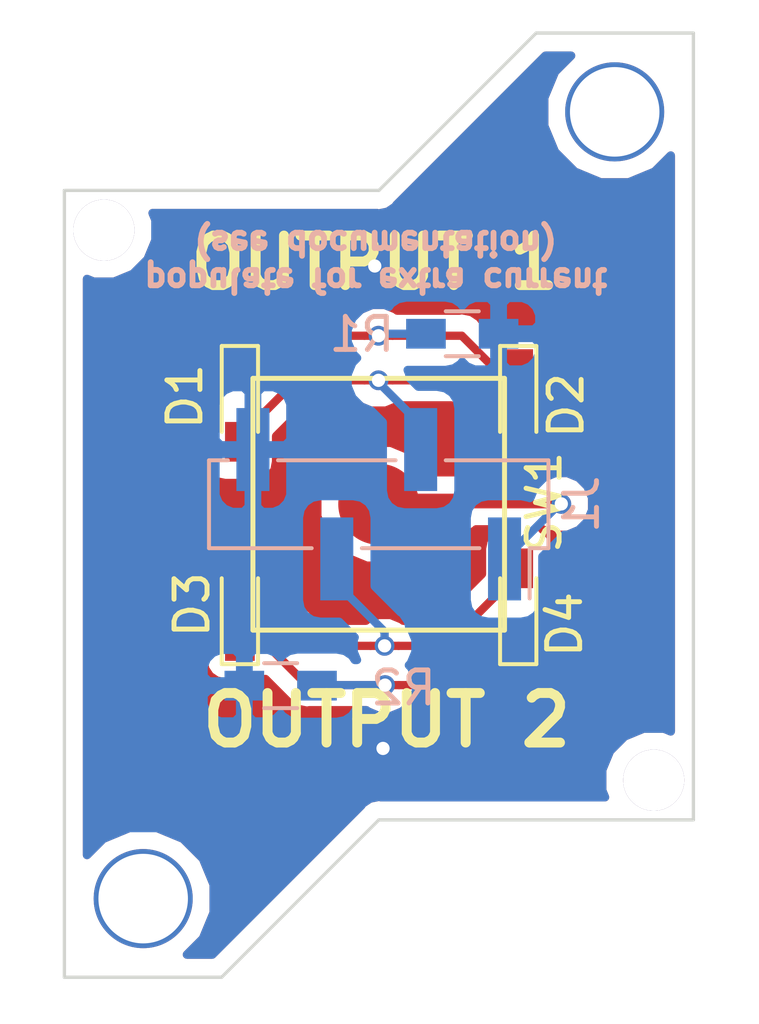
<source format=kicad_pcb>
(kicad_pcb (version 20171130) (host pcbnew "(5.0.0)")

  (general
    (thickness 1.6)
    (drawings 11)
    (tracks 53)
    (zones 0)
    (modules 14)
    (nets 7)
  )

  (page A4)
  (layers
    (0 F.Cu signal)
    (31 B.Cu signal)
    (32 B.Adhes user hide)
    (33 F.Adhes user hide)
    (34 B.Paste user)
    (35 F.Paste user)
    (36 B.SilkS user)
    (37 F.SilkS user)
    (38 B.Mask user)
    (39 F.Mask user)
    (40 Dwgs.User user hide)
    (41 Cmts.User user hide)
    (42 Eco1.User user hide)
    (43 Eco2.User user hide)
    (44 Edge.Cuts user)
    (45 Margin user hide)
    (46 B.CrtYd user)
    (47 F.CrtYd user)
    (48 B.Fab user hide)
    (49 F.Fab user hide)
  )

  (setup
    (last_trace_width 0.25)
    (trace_clearance 0.2)
    (zone_clearance 0.508)
    (zone_45_only no)
    (trace_min 0.2)
    (segment_width 0.2)
    (edge_width 0.15)
    (via_size 0.6)
    (via_drill 0.4)
    (via_min_size 0.4)
    (via_min_drill 0.3)
    (uvia_size 0.3)
    (uvia_drill 0.1)
    (uvias_allowed no)
    (uvia_min_size 0.2)
    (uvia_min_drill 0.1)
    (pcb_text_width 0.3)
    (pcb_text_size 1.5 1.5)
    (mod_edge_width 0.15)
    (mod_text_size 1 1)
    (mod_text_width 0.15)
    (pad_size 0.6 0.6)
    (pad_drill 0.4)
    (pad_to_mask_clearance 0.2)
    (aux_axis_origin 158.05648 106.68498)
    (grid_origin 158.05648 106.68498)
    (visible_elements 7FFFFFFF)
    (pcbplotparams
      (layerselection 0x010f0_80000001)
      (usegerberextensions true)
      (usegerberattributes false)
      (usegerberadvancedattributes false)
      (creategerberjobfile false)
      (excludeedgelayer true)
      (linewidth 0.100000)
      (plotframeref false)
      (viasonmask false)
      (mode 1)
      (useauxorigin false)
      (hpglpennumber 1)
      (hpglpenspeed 20)
      (hpglpendiameter 15.000000)
      (psnegative false)
      (psa4output false)
      (plotreference true)
      (plotvalue true)
      (plotinvisibletext false)
      (padsonsilk false)
      (subtractmaskfromsilk false)
      (outputformat 1)
      (mirror false)
      (drillshape 0)
      (scaleselection 1)
      (outputdirectory "./gerbers"))
  )

  (net 0 "")
  (net 1 "Net-(D1-Pad1)")
  (net 2 /backlight_1)
  (net 3 /button)
  (net 4 /backlight_2)
  (net 5 GND)
  (net 6 "Net-(D3-Pad1)")

  (net_class Default "This is the default net class."
    (clearance 0.2)
    (trace_width 0.25)
    (via_dia 0.6)
    (via_drill 0.4)
    (uvia_dia 0.3)
    (uvia_drill 0.1)
    (add_net /backlight_1)
    (add_net /backlight_2)
    (add_net /button)
    (add_net GND)
    (add_net "Net-(D1-Pad1)")
    (add_net "Net-(D3-Pad1)")
  )

  (module "KiCAD Libraries:via0.6" (layer F.Cu) (tedit 5A7BFF12) (tstamp 5A7BFF29)
    (at 167.449533 85.168539 180)
    (zone_connect 2)
    (fp_text reference REF** (at 0 0.5 180) (layer F.SilkS) hide
      (effects (font (size 1 1) (thickness 0.15)))
    )
    (fp_text value via0.6 (at 0 -0.5 180) (layer F.Fab) hide
      (effects (font (size 1 1) (thickness 0.15)))
    )
    (pad 1 thru_hole circle (at 0 0 180) (size 0.6 0.6) (drill 0.4) (layers *.Cu)
      (net 5 GND) (zone_connect 2))
  )

  (module Mouting_Hole_2.71mm locked (layer F.Cu) (tedit 5A7BD635) (tstamp 5A7BD75D)
    (at 160.436013 104.313519 180)
    (fp_text reference REF** (at 0.54 1.88 180) (layer F.SilkS) hide
      (effects (font (size 1 1) (thickness 0.15)))
    )
    (fp_text value Mouting_Hole_2.71mm (at 0.32 1.73 180) (layer F.Fab) hide
      (effects (font (size 1 1) (thickness 0.15)))
    )
    (pad 1 thru_hole circle (at 0 0 180) (size 3 3) (drill 2.71) (layers *.Cu)
      (clearance 0.5) (zone_connect 0))
  )

  (module Mouting_Hole_2.71mm locked (layer F.Cu) (tedit 5A7BD635) (tstamp 5A7BD683)
    (at 174.716013 80.503519 180)
    (fp_text reference REF** (at 0.54 1.88 180) (layer F.SilkS) hide
      (effects (font (size 1 1) (thickness 0.15)))
    )
    (fp_text value Mouting_Hole_2.71mm (at 0.32 1.73 180) (layer F.Fab) hide
      (effects (font (size 1 1) (thickness 0.15)))
    )
    (pad 1 thru_hole circle (at 0 0 180) (size 3 3) (drill 2.71) (layers *.Cu)
      (clearance 0.5) (zone_connect 0))
  )

  (module Mouting_Hole_1.85mm locked (layer F.Cu) (tedit 5A7BD47A) (tstamp 5A7BD50C)
    (at 159.246013 84.083519 180)
    (fp_text reference REF** (at 0.54 1.88 180) (layer F.SilkS) hide
      (effects (font (size 1 1) (thickness 0.15)))
    )
    (fp_text value Mouting_Hole_1.85mm (at 0.32 1.73 180) (layer F.Fab) hide
      (effects (font (size 1 1) (thickness 0.15)))
    )
    (pad 1 thru_hole circle (at 0 0 180) (size 1.85 1.85) (drill 1.85) (layers *.Cu)
      (clearance 0.5) (zone_connect 0))
  )

  (module Mouting_Hole_1.85mm locked (layer F.Cu) (tedit 5A7BD47A) (tstamp 5A7BD4C0)
    (at 175.898013 100.729519 180)
    (fp_text reference REF** (at 0.54 1.88 180) (layer F.SilkS) hide
      (effects (font (size 1 1) (thickness 0.15)))
    )
    (fp_text value Mouting_Hole_1.85mm (at 0.32 1.73 180) (layer F.Fab) hide
      (effects (font (size 1 1) (thickness 0.15)))
    )
    (pad 1 thru_hole circle (at 0 0 180) (size 1.85 1.85) (drill 1.85) (layers *.Cu)
      (clearance 0.5) (zone_connect 0))
  )

  (module LEDs:LED_0603_HandSoldering (layer F.Cu) (tedit 595FC9C0) (tstamp 5A7BF9C2)
    (at 163.364533 89.388538 270)
    (descr "LED SMD 0603, hand soldering")
    (tags "LED 0603")
    (path /5A7BDB8B)
    (attr smd)
    (fp_text reference D1 (at -0.269999 1.665 270) (layer F.SilkS)
      (effects (font (size 1 1) (thickness 0.15)))
    )
    (fp_text value LED (at 0 1.55 270) (layer F.Fab)
      (effects (font (size 1 1) (thickness 0.15)))
    )
    (fp_line (start -1.8 -0.55) (end -1.8 0.55) (layer F.SilkS) (width 0.12))
    (fp_line (start -0.2 -0.2) (end -0.2 0.2) (layer F.Fab) (width 0.1))
    (fp_line (start -0.15 0) (end 0.15 -0.2) (layer F.Fab) (width 0.1))
    (fp_line (start 0.15 0.2) (end -0.15 0) (layer F.Fab) (width 0.1))
    (fp_line (start 0.15 -0.2) (end 0.15 0.2) (layer F.Fab) (width 0.1))
    (fp_line (start 0.8 0.4) (end -0.8 0.4) (layer F.Fab) (width 0.1))
    (fp_line (start 0.8 -0.4) (end 0.8 0.4) (layer F.Fab) (width 0.1))
    (fp_line (start -0.8 -0.4) (end 0.8 -0.4) (layer F.Fab) (width 0.1))
    (fp_line (start -1.8 0.55) (end 0.8 0.55) (layer F.SilkS) (width 0.12))
    (fp_line (start -1.8 -0.55) (end 0.8 -0.55) (layer F.SilkS) (width 0.12))
    (fp_line (start -1.96 -0.7) (end 1.95 -0.7) (layer F.CrtYd) (width 0.05))
    (fp_line (start -1.96 -0.7) (end -1.96 0.7) (layer F.CrtYd) (width 0.05))
    (fp_line (start 1.95 0.7) (end 1.95 -0.7) (layer F.CrtYd) (width 0.05))
    (fp_line (start 1.95 0.7) (end -1.96 0.7) (layer F.CrtYd) (width 0.05))
    (fp_line (start -0.8 -0.4) (end -0.8 0.4) (layer F.Fab) (width 0.1))
    (pad 1 smd rect (at -1.1 0 270) (size 1.2 0.9) (layers F.Cu F.Paste F.Mask)
      (net 1 "Net-(D1-Pad1)"))
    (pad 2 smd rect (at 1.1 0 270) (size 1.2 0.9) (layers F.Cu F.Paste F.Mask)
      (net 2 /backlight_1))
    (model ${KISYS3DMOD}/LEDs.3dshapes/LED_0603.wrl
      (at (xyz 0 0 0))
      (scale (xyz 1 1 1))
      (rotate (xyz 0 0 180))
    )
  )

  (module LEDs:LED_0603_HandSoldering (layer F.Cu) (tedit 595FC9C0) (tstamp 5A7BF9D7)
    (at 171.794533 89.388538 270)
    (descr "LED SMD 0603, hand soldering")
    (tags "LED 0603")
    (path /5A7BDE34)
    (attr smd)
    (fp_text reference D2 (at 0 -1.45 270) (layer F.SilkS)
      (effects (font (size 1 1) (thickness 0.15)))
    )
    (fp_text value LED (at 0 1.55 270) (layer F.Fab)
      (effects (font (size 1 1) (thickness 0.15)))
    )
    (fp_line (start -1.8 -0.55) (end -1.8 0.55) (layer F.SilkS) (width 0.12))
    (fp_line (start -0.2 -0.2) (end -0.2 0.2) (layer F.Fab) (width 0.1))
    (fp_line (start -0.15 0) (end 0.15 -0.2) (layer F.Fab) (width 0.1))
    (fp_line (start 0.15 0.2) (end -0.15 0) (layer F.Fab) (width 0.1))
    (fp_line (start 0.15 -0.2) (end 0.15 0.2) (layer F.Fab) (width 0.1))
    (fp_line (start 0.8 0.4) (end -0.8 0.4) (layer F.Fab) (width 0.1))
    (fp_line (start 0.8 -0.4) (end 0.8 0.4) (layer F.Fab) (width 0.1))
    (fp_line (start -0.8 -0.4) (end 0.8 -0.4) (layer F.Fab) (width 0.1))
    (fp_line (start -1.8 0.55) (end 0.8 0.55) (layer F.SilkS) (width 0.12))
    (fp_line (start -1.8 -0.55) (end 0.8 -0.55) (layer F.SilkS) (width 0.12))
    (fp_line (start -1.96 -0.7) (end 1.95 -0.7) (layer F.CrtYd) (width 0.05))
    (fp_line (start -1.96 -0.7) (end -1.96 0.7) (layer F.CrtYd) (width 0.05))
    (fp_line (start 1.95 0.7) (end 1.95 -0.7) (layer F.CrtYd) (width 0.05))
    (fp_line (start 1.95 0.7) (end -1.96 0.7) (layer F.CrtYd) (width 0.05))
    (fp_line (start -0.8 -0.4) (end -0.8 0.4) (layer F.Fab) (width 0.1))
    (pad 1 smd rect (at -1.1 0 270) (size 1.2 0.9) (layers F.Cu F.Paste F.Mask)
      (net 1 "Net-(D1-Pad1)"))
    (pad 2 smd rect (at 1.1 0 270) (size 1.2 0.9) (layers F.Cu F.Paste F.Mask)
      (net 2 /backlight_1))
    (model ${KISYS3DMOD}/LEDs.3dshapes/LED_0603.wrl
      (at (xyz 0 0 0))
      (scale (xyz 1 1 1))
      (rotate (xyz 0 0 180))
    )
  )

  (module LEDs:LED_0603_HandSoldering (layer F.Cu) (tedit 595FC9C0) (tstamp 5A7BF9EC)
    (at 163.364533 95.418538 90)
    (descr "LED SMD 0603, hand soldering")
    (tags "LED 0603")
    (path /5A7BDE66)
    (attr smd)
    (fp_text reference D3 (at 0 -1.45 90) (layer F.SilkS)
      (effects (font (size 1 1) (thickness 0.15)))
    )
    (fp_text value LED (at 0 1.55 90) (layer F.Fab)
      (effects (font (size 1 1) (thickness 0.15)))
    )
    (fp_line (start -1.8 -0.55) (end -1.8 0.55) (layer F.SilkS) (width 0.12))
    (fp_line (start -0.2 -0.2) (end -0.2 0.2) (layer F.Fab) (width 0.1))
    (fp_line (start -0.15 0) (end 0.15 -0.2) (layer F.Fab) (width 0.1))
    (fp_line (start 0.15 0.2) (end -0.15 0) (layer F.Fab) (width 0.1))
    (fp_line (start 0.15 -0.2) (end 0.15 0.2) (layer F.Fab) (width 0.1))
    (fp_line (start 0.8 0.4) (end -0.8 0.4) (layer F.Fab) (width 0.1))
    (fp_line (start 0.8 -0.4) (end 0.8 0.4) (layer F.Fab) (width 0.1))
    (fp_line (start -0.8 -0.4) (end 0.8 -0.4) (layer F.Fab) (width 0.1))
    (fp_line (start -1.8 0.55) (end 0.8 0.55) (layer F.SilkS) (width 0.12))
    (fp_line (start -1.8 -0.55) (end 0.8 -0.55) (layer F.SilkS) (width 0.12))
    (fp_line (start -1.96 -0.7) (end 1.95 -0.7) (layer F.CrtYd) (width 0.05))
    (fp_line (start -1.96 -0.7) (end -1.96 0.7) (layer F.CrtYd) (width 0.05))
    (fp_line (start 1.95 0.7) (end 1.95 -0.7) (layer F.CrtYd) (width 0.05))
    (fp_line (start 1.95 0.7) (end -1.96 0.7) (layer F.CrtYd) (width 0.05))
    (fp_line (start -0.8 -0.4) (end -0.8 0.4) (layer F.Fab) (width 0.1))
    (pad 1 smd rect (at -1.1 0 90) (size 1.2 0.9) (layers F.Cu F.Paste F.Mask)
      (net 6 "Net-(D3-Pad1)"))
    (pad 2 smd rect (at 1.1 0 90) (size 1.2 0.9) (layers F.Cu F.Paste F.Mask)
      (net 4 /backlight_2))
    (model ${KISYS3DMOD}/LEDs.3dshapes/LED_0603.wrl
      (at (xyz 0 0 0))
      (scale (xyz 1 1 1))
      (rotate (xyz 0 0 180))
    )
  )

  (module LEDs:LED_0603_HandSoldering (layer F.Cu) (tedit 595FC9C0) (tstamp 5A7BFA01)
    (at 171.794533 95.418538 90)
    (descr "LED SMD 0603, hand soldering")
    (tags "LED 0603")
    (path /5A7BDE93)
    (attr smd)
    (fp_text reference D4 (at -0.600001 1.405 90) (layer F.SilkS)
      (effects (font (size 1 1) (thickness 0.15)))
    )
    (fp_text value LED (at 0 1.55 90) (layer F.Fab)
      (effects (font (size 1 1) (thickness 0.15)))
    )
    (fp_line (start -1.8 -0.55) (end -1.8 0.55) (layer F.SilkS) (width 0.12))
    (fp_line (start -0.2 -0.2) (end -0.2 0.2) (layer F.Fab) (width 0.1))
    (fp_line (start -0.15 0) (end 0.15 -0.2) (layer F.Fab) (width 0.1))
    (fp_line (start 0.15 0.2) (end -0.15 0) (layer F.Fab) (width 0.1))
    (fp_line (start 0.15 -0.2) (end 0.15 0.2) (layer F.Fab) (width 0.1))
    (fp_line (start 0.8 0.4) (end -0.8 0.4) (layer F.Fab) (width 0.1))
    (fp_line (start 0.8 -0.4) (end 0.8 0.4) (layer F.Fab) (width 0.1))
    (fp_line (start -0.8 -0.4) (end 0.8 -0.4) (layer F.Fab) (width 0.1))
    (fp_line (start -1.8 0.55) (end 0.8 0.55) (layer F.SilkS) (width 0.12))
    (fp_line (start -1.8 -0.55) (end 0.8 -0.55) (layer F.SilkS) (width 0.12))
    (fp_line (start -1.96 -0.7) (end 1.95 -0.7) (layer F.CrtYd) (width 0.05))
    (fp_line (start -1.96 -0.7) (end -1.96 0.7) (layer F.CrtYd) (width 0.05))
    (fp_line (start 1.95 0.7) (end 1.95 -0.7) (layer F.CrtYd) (width 0.05))
    (fp_line (start 1.95 0.7) (end -1.96 0.7) (layer F.CrtYd) (width 0.05))
    (fp_line (start -0.8 -0.4) (end -0.8 0.4) (layer F.Fab) (width 0.1))
    (pad 1 smd rect (at -1.1 0 90) (size 1.2 0.9) (layers F.Cu F.Paste F.Mask)
      (net 6 "Net-(D3-Pad1)"))
    (pad 2 smd rect (at 1.1 0 90) (size 1.2 0.9) (layers F.Cu F.Paste F.Mask)
      (net 4 /backlight_2))
    (model ${KISYS3DMOD}/LEDs.3dshapes/LED_0603.wrl
      (at (xyz 0 0 0))
      (scale (xyz 1 1 1))
      (rotate (xyz 0 0 180))
    )
  )

  (module Pin_Headers:Pin_Header_Straight_1x04_Pitch2.54mm_SMD_Pin1Left (layer B.Cu) (tedit 59650532) (tstamp 5A7BFA28)
    (at 167.569533 92.378539 90)
    (descr "surface-mounted straight pin header, 1x04, 2.54mm pitch, single row, style 1 (pin 1 left)")
    (tags "Surface mounted pin header SMD 1x04 2.54mm single row style1 pin1 left")
    (path /5A7BCE91)
    (attr smd)
    (fp_text reference J1 (at 0 6.14 90) (layer B.SilkS)
      (effects (font (size 1 1) (thickness 0.15)) (justify mirror))
    )
    (fp_text value Conn_01x04 (at 0 -6.14 90) (layer B.Fab)
      (effects (font (size 1 1) (thickness 0.15)) (justify mirror))
    )
    (fp_line (start 1.27 -5.08) (end -1.27 -5.08) (layer B.Fab) (width 0.1))
    (fp_line (start -0.32 5.08) (end 1.27 5.08) (layer B.Fab) (width 0.1))
    (fp_line (start -1.27 -5.08) (end -1.27 4.13) (layer B.Fab) (width 0.1))
    (fp_line (start -1.27 4.13) (end -0.32 5.08) (layer B.Fab) (width 0.1))
    (fp_line (start 1.27 5.08) (end 1.27 -5.08) (layer B.Fab) (width 0.1))
    (fp_line (start -1.27 4.13) (end -2.54 4.13) (layer B.Fab) (width 0.1))
    (fp_line (start -2.54 4.13) (end -2.54 3.49) (layer B.Fab) (width 0.1))
    (fp_line (start -2.54 3.49) (end -1.27 3.49) (layer B.Fab) (width 0.1))
    (fp_line (start -1.27 -0.95) (end -2.54 -0.95) (layer B.Fab) (width 0.1))
    (fp_line (start -2.54 -0.95) (end -2.54 -1.59) (layer B.Fab) (width 0.1))
    (fp_line (start -2.54 -1.59) (end -1.27 -1.59) (layer B.Fab) (width 0.1))
    (fp_line (start 1.27 1.59) (end 2.54 1.59) (layer B.Fab) (width 0.1))
    (fp_line (start 2.54 1.59) (end 2.54 0.95) (layer B.Fab) (width 0.1))
    (fp_line (start 2.54 0.95) (end 1.27 0.95) (layer B.Fab) (width 0.1))
    (fp_line (start 1.27 -3.49) (end 2.54 -3.49) (layer B.Fab) (width 0.1))
    (fp_line (start 2.54 -3.49) (end 2.54 -4.13) (layer B.Fab) (width 0.1))
    (fp_line (start 2.54 -4.13) (end 1.27 -4.13) (layer B.Fab) (width 0.1))
    (fp_line (start -1.33 5.14) (end 1.33 5.14) (layer B.SilkS) (width 0.12))
    (fp_line (start -1.33 -5.14) (end 1.33 -5.14) (layer B.SilkS) (width 0.12))
    (fp_line (start 1.33 5.14) (end 1.33 2.03) (layer B.SilkS) (width 0.12))
    (fp_line (start -1.33 4.57) (end -2.85 4.57) (layer B.SilkS) (width 0.12))
    (fp_line (start -1.33 5.14) (end -1.33 4.57) (layer B.SilkS) (width 0.12))
    (fp_line (start 1.33 -4.57) (end 1.33 -5.14) (layer B.SilkS) (width 0.12))
    (fp_line (start 1.33 0.51) (end 1.33 -3.05) (layer B.SilkS) (width 0.12))
    (fp_line (start -1.33 3.05) (end -1.33 -0.51) (layer B.SilkS) (width 0.12))
    (fp_line (start -1.33 -2.03) (end -1.33 -5.14) (layer B.SilkS) (width 0.12))
    (fp_line (start -3.45 5.6) (end -3.45 -5.6) (layer B.CrtYd) (width 0.05))
    (fp_line (start -3.45 -5.6) (end 3.45 -5.6) (layer B.CrtYd) (width 0.05))
    (fp_line (start 3.45 -5.6) (end 3.45 5.6) (layer B.CrtYd) (width 0.05))
    (fp_line (start 3.45 5.6) (end -3.45 5.6) (layer B.CrtYd) (width 0.05))
    (fp_text user %R (at 1.345 -1.19) (layer B.Fab)
      (effects (font (size 1 1) (thickness 0.15)) (justify mirror))
    )
    (pad 1 smd rect (at -1.655 3.81 90) (size 2.51 1) (layers B.Cu B.Paste B.Mask)
      (net 3 /button))
    (pad 3 smd rect (at -1.655 -1.27 90) (size 2.51 1) (layers B.Cu B.Paste B.Mask)
      (net 4 /backlight_2))
    (pad 2 smd rect (at 1.655 1.27 90) (size 2.51 1) (layers B.Cu B.Paste B.Mask)
      (net 2 /backlight_1))
    (pad 4 smd rect (at 1.655 -3.81 90) (size 2.51 1) (layers B.Cu B.Paste B.Mask)
      (net 5 GND))
    (model ${KISYS3DMOD}/Pin_Headers.3dshapes/Pin_Header_Straight_1x04_Pitch2.54mm_SMD_Pin1Left.wrl
      (at (xyz 0 0 0))
      (scale (xyz 1 1 1))
      (rotate (xyz 0 0 0))
    )
  )

  (module Resistors_SMD:R_0603_HandSoldering (layer B.Cu) (tedit 58E0A804) (tstamp 5A7BFA39)
    (at 170.099533 87.218539 180)
    (descr "Resistor SMD 0603, hand soldering")
    (tags "resistor 0603")
    (path /5A7F7DA7)
    (attr smd)
    (fp_text reference R1 (at 3.04 -0.02 180) (layer B.SilkS)
      (effects (font (size 1 1) (thickness 0.15)) (justify mirror))
    )
    (fp_text value 68 (at 0 -1.55 180) (layer B.Fab)
      (effects (font (size 1 1) (thickness 0.15)) (justify mirror))
    )
    (fp_text user %R (at 0 0 180) (layer B.Fab)
      (effects (font (size 0.4 0.4) (thickness 0.075)) (justify mirror))
    )
    (fp_line (start -0.8 -0.4) (end -0.8 0.4) (layer B.Fab) (width 0.1))
    (fp_line (start 0.8 -0.4) (end -0.8 -0.4) (layer B.Fab) (width 0.1))
    (fp_line (start 0.8 0.4) (end 0.8 -0.4) (layer B.Fab) (width 0.1))
    (fp_line (start -0.8 0.4) (end 0.8 0.4) (layer B.Fab) (width 0.1))
    (fp_line (start 0.5 -0.68) (end -0.5 -0.68) (layer B.SilkS) (width 0.12))
    (fp_line (start -0.5 0.68) (end 0.5 0.68) (layer B.SilkS) (width 0.12))
    (fp_line (start -1.96 0.7) (end 1.95 0.7) (layer B.CrtYd) (width 0.05))
    (fp_line (start -1.96 0.7) (end -1.96 -0.7) (layer B.CrtYd) (width 0.05))
    (fp_line (start 1.95 -0.7) (end 1.95 0.7) (layer B.CrtYd) (width 0.05))
    (fp_line (start 1.95 -0.7) (end -1.96 -0.7) (layer B.CrtYd) (width 0.05))
    (pad 1 smd rect (at -1.1 0 180) (size 1.2 0.9) (layers B.Cu B.Paste B.Mask)
      (net 5 GND))
    (pad 2 smd rect (at 1.1 0 180) (size 1.2 0.9) (layers B.Cu B.Paste B.Mask)
      (net 1 "Net-(D1-Pad1)"))
    (model ${KISYS3DMOD}/Resistors_SMD.3dshapes/R_0603.wrl
      (at (xyz 0 0 0))
      (scale (xyz 1 1 1))
      (rotate (xyz 0 0 0))
    )
  )

  (module Resistors_SMD:R_0603_HandSoldering (layer B.Cu) (tedit 58E0A804) (tstamp 5A7BFA4A)
    (at 164.599533 97.868539)
    (descr "Resistor SMD 0603, hand soldering")
    (tags "resistor 0603")
    (path /5A7BFE48)
    (attr smd)
    (fp_text reference R2 (at 3.72 0.07) (layer B.SilkS)
      (effects (font (size 1 1) (thickness 0.15)) (justify mirror))
    )
    (fp_text value 68 (at 0 -1.55) (layer B.Fab)
      (effects (font (size 1 1) (thickness 0.15)) (justify mirror))
    )
    (fp_text user %R (at 0 0) (layer B.Fab)
      (effects (font (size 0.4 0.4) (thickness 0.075)) (justify mirror))
    )
    (fp_line (start -0.8 -0.4) (end -0.8 0.4) (layer B.Fab) (width 0.1))
    (fp_line (start 0.8 -0.4) (end -0.8 -0.4) (layer B.Fab) (width 0.1))
    (fp_line (start 0.8 0.4) (end 0.8 -0.4) (layer B.Fab) (width 0.1))
    (fp_line (start -0.8 0.4) (end 0.8 0.4) (layer B.Fab) (width 0.1))
    (fp_line (start 0.5 -0.68) (end -0.5 -0.68) (layer B.SilkS) (width 0.12))
    (fp_line (start -0.5 0.68) (end 0.5 0.68) (layer B.SilkS) (width 0.12))
    (fp_line (start -1.96 0.7) (end 1.95 0.7) (layer B.CrtYd) (width 0.05))
    (fp_line (start -1.96 0.7) (end -1.96 -0.7) (layer B.CrtYd) (width 0.05))
    (fp_line (start 1.95 -0.7) (end 1.95 0.7) (layer B.CrtYd) (width 0.05))
    (fp_line (start 1.95 -0.7) (end -1.96 -0.7) (layer B.CrtYd) (width 0.05))
    (pad 1 smd rect (at -1.1 0) (size 1.2 0.9) (layers B.Cu B.Paste B.Mask)
      (net 5 GND))
    (pad 2 smd rect (at 1.1 0) (size 1.2 0.9) (layers B.Cu B.Paste B.Mask)
      (net 6 "Net-(D3-Pad1)"))
    (model ${KISYS3DMOD}/Resistors_SMD.3dshapes/R_0603.wrl
      (at (xyz 0 0 0))
      (scale (xyz 1 1 1))
      (rotate (xyz 0 0 0))
    )
  )

  (module "KiCAD Libraries:SWITCH_SNAP_DOME_6.3mm_DIA_SINGLE_SIDE_PCB" locked (layer F.Cu) (tedit 5A2DE5FC) (tstamp 5A7BFA59)
    (at 167.569533 92.378539)
    (path /5A7BCF73)
    (zone_connect 2)
    (fp_text reference SW1 (at 5.008 -0.056 90) (layer F.SilkS)
      (effects (font (size 1 1) (thickness 0.15)))
    )
    (fp_text value push (at -0.2 4.58) (layer F.Fab)
      (effects (font (size 1 1) (thickness 0.15)))
    )
    (fp_line (start -3.81 -3.81) (end -3.81 3.81) (layer F.SilkS) (width 0.15))
    (fp_line (start -3.81 3.81) (end 3.81 3.81) (layer F.SilkS) (width 0.15))
    (fp_line (start 3.81 3.81) (end 3.81 -3.81) (layer F.SilkS) (width 0.15))
    (fp_line (start 3.81 -3.81) (end -3.81 -3.81) (layer F.SilkS) (width 0.15))
    (pad 2 smd trapezoid (at 2.15 2.4 180) (size 1 1.09) (rect_delta 0 0.625 ) (layers F.Cu F.Paste F.Mask)
      (net 5 GND) (zone_connect 2))
    (pad 2 smd trapezoid (at -2.15 2.4 180) (size 1 1.09) (rect_delta 0 0.625 ) (layers F.Cu F.Paste F.Mask)
      (net 5 GND) (zone_connect 2))
    (pad 2 smd trapezoid (at 2.15 -2.4) (size 1 1.09) (rect_delta 0 0.625 ) (layers F.Cu F.Paste F.Mask)
      (net 5 GND) (zone_connect 2))
    (pad 2 smd rect (at 2.4 1.6) (size 1.09 0.608) (layers F.Cu F.Paste F.Mask)
      (net 5 GND) (zone_connect 2))
    (pad 2 smd rect (at 0 -2.415) (size 3.92 1.09) (layers F.Cu F.Paste F.Mask)
      (net 5 GND) (zone_connect 2))
    (pad 1 smd circle (at 0 0) (size 2.45 2.45) (layers F.Cu F.Paste F.Mask)
      (net 3 /button) (zone_connect 2))
    (pad 1 smd rect (at 1.25 0) (size 2.45 0.64) (layers F.Cu F.Paste F.Mask)
      (net 3 /button) (zone_connect 2))
    (pad 2 smd rect (at 0 2.415) (size 3.92 1.09) (layers F.Cu F.Paste F.Mask)
      (net 5 GND) (zone_connect 2))
    (pad 2 smd rect (at -2.415 0) (size 1.09 3.92) (layers F.Cu F.Paste F.Mask)
      (net 5 GND) (zone_connect 2))
    (pad 2 smd rect (at 2.4 -1.6) (size 1.09 0.608) (layers F.Cu F.Paste F.Mask)
      (net 5 GND) (zone_connect 2))
    (pad 2 smd trapezoid (at -2.15 -2.45) (size 1 1.09) (rect_delta 0 0.625 ) (layers F.Cu F.Paste F.Mask)
      (net 5 GND) (zone_connect 2))
  )

  (module "KiCAD Libraries:via0.6" (layer F.Cu) (tedit 5A7BFF12) (tstamp 5A7BFF07)
    (at 167.699533 99.768539 180)
    (zone_connect 2)
    (fp_text reference REF** (at 0 0.5 180) (layer F.SilkS) hide
      (effects (font (size 1 1) (thickness 0.15)))
    )
    (fp_text value via0.6 (at 0 -0.5 180) (layer F.Fab) hide
      (effects (font (size 1 1) (thickness 0.15)))
    )
    (pad 1 thru_hole circle (at 0 0 180) (size 0.6 0.6) (drill 0.4) (layers *.Cu)
      (net 5 GND) (zone_connect 2))
  )

  (gr_text "OUTPUT 2" (at 167.81008 98.91258) (layer F.SilkS)
    (effects (font (size 1.5 1.5) (thickness 0.3)))
  )
  (gr_text "OUTPUT 1" (at 167.449533 85.068539) (layer F.SilkS)
    (effects (font (size 1.5 1.5) (thickness 0.3)))
  )
  (gr_text "populate for extra current\n(see documentation)" (at 167.479533 85.038539 180) (layer B.SilkS)
    (effects (font (size 0.7 0.7) (thickness 0.175)) (justify mirror))
  )
  (gr_line (start 158.049533 106.693539) (end 158.049533 82.881039) (layer Edge.Cuts) (width 0.1))
  (gr_line (start 162.812033 106.693539) (end 167.574533 101.931039) (layer Edge.Cuts) (width 0.1))
  (gr_line (start 158.049533 82.881039) (end 167.574533 82.881039) (layer Edge.Cuts) (width 0.1))
  (gr_line (start 172.337033 78.118539) (end 167.574533 82.881039) (layer Edge.Cuts) (width 0.1))
  (gr_line (start 172.337033 78.118539) (end 177.099533 78.118539) (layer Edge.Cuts) (width 0.1))
  (gr_line (start 177.099533 78.118539) (end 177.099533 101.931039) (layer Edge.Cuts) (width 0.1))
  (gr_line (start 162.812033 106.693539) (end 158.049533 106.693539) (layer Edge.Cuts) (width 0.1))
  (gr_line (start 177.099533 101.931039) (end 167.574533 101.931039) (layer Edge.Cuts) (width 0.1))

  (segment (start 167.623908 87.218539) (end 167.562958 87.279489) (width 0.25) (layer B.Cu) (net 1))
  (segment (start 167.987222 87.279489) (end 167.562958 87.279489) (width 0.25) (layer F.Cu) (net 1))
  (segment (start 168.999533 87.218539) (end 167.623908 87.218539) (width 0.25) (layer B.Cu) (net 1))
  (segment (start 171.794533 88.288538) (end 171.094533 88.288538) (width 0.25) (layer F.Cu) (net 1))
  (segment (start 164.064533 88.288538) (end 165.073582 87.279489) (width 0.25) (layer F.Cu) (net 1))
  (segment (start 170.085484 87.279489) (end 167.987222 87.279489) (width 0.25) (layer F.Cu) (net 1))
  (segment (start 171.094533 88.288538) (end 170.085484 87.279489) (width 0.25) (layer F.Cu) (net 1))
  (segment (start 167.138694 87.279489) (end 167.562958 87.279489) (width 0.25) (layer F.Cu) (net 1))
  (segment (start 165.073582 87.279489) (end 167.138694 87.279489) (width 0.25) (layer F.Cu) (net 1))
  (segment (start 163.364533 88.288538) (end 164.064533 88.288538) (width 0.25) (layer F.Cu) (net 1))
  (via (at 167.562958 87.279489) (size 0.6) (drill 0.4) (layers F.Cu B.Cu) (net 1))
  (segment (start 167.138692 88.628136) (end 167.562956 88.628136) (width 0.25) (layer F.Cu) (net 2))
  (segment (start 168.839533 89.968539) (end 167.562956 88.691962) (width 0.25) (layer B.Cu) (net 2))
  (segment (start 165.074935 88.628136) (end 167.138692 88.628136) (width 0.25) (layer F.Cu) (net 2))
  (segment (start 163.364533 90.488538) (end 163.364533 90.338538) (width 0.25) (layer F.Cu) (net 2))
  (segment (start 167.98722 88.628136) (end 167.562956 88.628136) (width 0.25) (layer F.Cu) (net 2))
  (segment (start 171.794533 90.338538) (end 170.084131 88.628136) (width 0.25) (layer F.Cu) (net 2))
  (segment (start 171.794533 90.488538) (end 171.794533 90.338538) (width 0.25) (layer F.Cu) (net 2))
  (segment (start 168.839533 90.723539) (end 168.839533 89.968539) (width 0.25) (layer B.Cu) (net 2))
  (segment (start 170.084131 88.628136) (end 167.98722 88.628136) (width 0.25) (layer F.Cu) (net 2))
  (segment (start 167.562956 88.691962) (end 167.562956 88.628136) (width 0.25) (layer B.Cu) (net 2))
  (segment (start 163.364533 90.338538) (end 165.074935 88.628136) (width 0.25) (layer F.Cu) (net 2))
  (via (at 167.562956 88.628136) (size 0.6) (drill 0.4) (layers F.Cu B.Cu) (net 2))
  (segment (start 173.099533 92.368539) (end 173.044533 92.368539) (width 0.25) (layer B.Cu) (net 3))
  (segment (start 173.044533 92.368539) (end 171.379533 94.033539) (width 0.25) (layer B.Cu) (net 3))
  (segment (start 168.819533 92.378539) (end 173.089533 92.378539) (width 0.25) (layer F.Cu) (net 3))
  (segment (start 173.089533 92.378539) (end 173.099533 92.368539) (width 0.25) (layer F.Cu) (net 3))
  (via (at 173.099533 92.368539) (size 0.6) (drill 0.4) (layers F.Cu B.Cu) (net 3))
  (segment (start 167.569533 92.378539) (end 168.819533 92.378539) (width 0.25) (layer F.Cu) (net 3))
  (via (at 167.746659 96.664049) (size 0.6) (drill 0.4) (layers F.Cu B.Cu) (net 4))
  (segment (start 171.794533 94.318538) (end 171.794533 94.468538) (width 0.25) (layer F.Cu) (net 4))
  (segment (start 165.560044 96.664049) (end 167.322395 96.664049) (width 0.25) (layer F.Cu) (net 4))
  (segment (start 168.170923 96.664049) (end 167.746659 96.664049) (width 0.25) (layer F.Cu) (net 4))
  (segment (start 163.364533 94.468538) (end 165.560044 96.664049) (width 0.25) (layer F.Cu) (net 4))
  (segment (start 171.794533 94.468538) (end 169.599022 96.664049) (width 0.25) (layer F.Cu) (net 4))
  (segment (start 163.364533 94.318538) (end 163.364533 94.468538) (width 0.25) (layer F.Cu) (net 4))
  (segment (start 167.746659 96.239785) (end 167.746659 96.664049) (width 0.25) (layer B.Cu) (net 4))
  (segment (start 167.746659 96.235665) (end 167.746659 96.239785) (width 0.25) (layer B.Cu) (net 4))
  (segment (start 167.322395 96.664049) (end 167.746659 96.664049) (width 0.25) (layer F.Cu) (net 4))
  (segment (start 166.299533 94.788539) (end 167.746659 96.235665) (width 0.25) (layer B.Cu) (net 4))
  (segment (start 169.599022 96.664049) (end 168.170923 96.664049) (width 0.25) (layer F.Cu) (net 4))
  (segment (start 166.299533 94.033539) (end 166.299533 94.788539) (width 0.25) (layer B.Cu) (net 4))
  (segment (start 167.760873 97.852261) (end 165.715811 97.852261) (width 0.25) (layer B.Cu) (net 6))
  (segment (start 165.715811 97.852261) (end 165.699533 97.868539) (width 0.25) (layer B.Cu) (net 6))
  (segment (start 167.336609 97.852261) (end 167.760873 97.852261) (width 0.25) (layer F.Cu) (net 6))
  (segment (start 165.398256 97.852261) (end 167.336609 97.852261) (width 0.25) (layer F.Cu) (net 6))
  (segment (start 164.064533 96.518538) (end 165.398256 97.852261) (width 0.25) (layer F.Cu) (net 6))
  (segment (start 163.364533 96.518538) (end 164.064533 96.518538) (width 0.25) (layer F.Cu) (net 6))
  (segment (start 169.76081 97.852261) (end 168.185137 97.852261) (width 0.25) (layer F.Cu) (net 6))
  (segment (start 171.094533 96.518538) (end 169.76081 97.852261) (width 0.25) (layer F.Cu) (net 6))
  (segment (start 171.794533 96.518538) (end 171.094533 96.518538) (width 0.25) (layer F.Cu) (net 6))
  (segment (start 168.185137 97.852261) (end 167.760873 97.852261) (width 0.25) (layer F.Cu) (net 6))
  (via (at 167.760873 97.852261) (size 0.6) (drill 0.4) (layers F.Cu B.Cu) (net 6))

  (zone (net 5) (net_name GND) (layer F.Cu) (tstamp 0) (hatch edge 0.508)
    (connect_pads (clearance 0.508))
    (min_thickness 0.254)
    (fill yes (arc_segments 16) (thermal_gap 0.508) (thermal_bridge_width 0.508))
    (polygon
      (pts
        (xy 179.099533 108.118539) (xy 156.099533 108.118539) (xy 156.099533 77.118539) (xy 179.099533 77.118539)
      )
    )
    (filled_polygon
      (pts
        (xy 172.906047 79.294139) (xy 172.581013 80.078841) (xy 172.581013 80.928197) (xy 172.906047 81.712899) (xy 173.506633 82.313485)
        (xy 174.291335 82.638519) (xy 175.140691 82.638519) (xy 175.925393 82.313485) (xy 176.414533 81.824345) (xy 176.414534 99.254937)
        (xy 176.208316 99.169519) (xy 175.58771 99.169519) (xy 175.014344 99.407015) (xy 174.575509 99.84585) (xy 174.338013 100.419216)
        (xy 174.338013 101.039822) (xy 174.423431 101.246039) (xy 167.641993 101.246039) (xy 167.574532 101.23262) (xy 167.507072 101.246039)
        (xy 167.507071 101.246039) (xy 167.30726 101.285784) (xy 167.080676 101.437182) (xy 167.042461 101.494375) (xy 162.528298 106.008539)
        (xy 161.760339 106.008539) (xy 162.245979 105.522899) (xy 162.571013 104.738197) (xy 162.571013 103.888841) (xy 162.245979 103.104139)
        (xy 161.645393 102.503553) (xy 160.860691 102.178519) (xy 160.011335 102.178519) (xy 159.226633 102.503553) (xy 158.734533 102.995653)
        (xy 158.734533 87.688538) (xy 162.267093 87.688538) (xy 162.267093 88.888538) (xy 162.316376 89.136303) (xy 162.456724 89.346347)
        (xy 162.519867 89.388538) (xy 162.456724 89.430729) (xy 162.316376 89.640773) (xy 162.267093 89.888538) (xy 162.267093 91.088538)
        (xy 162.316376 91.336303) (xy 162.456724 91.546347) (xy 162.666768 91.686695) (xy 162.914533 91.735978) (xy 163.814533 91.735978)
        (xy 164.062298 91.686695) (xy 164.272342 91.546347) (xy 164.41269 91.336303) (xy 164.461973 91.088538) (xy 164.461973 90.315899)
        (xy 165.389737 89.388136) (xy 167.000666 89.388136) (xy 167.033321 89.420791) (xy 167.376973 89.563136) (xy 167.748939 89.563136)
        (xy 168.092591 89.420791) (xy 168.125246 89.388136) (xy 169.76933 89.388136) (xy 170.697093 90.3159) (xy 170.697093 91.088538)
        (xy 170.746376 91.336303) (xy 170.886724 91.546347) (xy 170.994766 91.618539) (xy 170.514242 91.618539) (xy 170.502342 91.60073)
        (xy 170.292298 91.460382) (xy 170.044533 91.411099) (xy 169.182056 91.411099) (xy 169.146365 91.324933) (xy 168.623139 90.801707)
        (xy 167.93951 90.518539) (xy 167.199556 90.518539) (xy 166.515927 90.801707) (xy 165.992701 91.324933) (xy 165.709533 92.008562)
        (xy 165.709533 92.748516) (xy 165.992701 93.432145) (xy 166.515927 93.955371) (xy 167.199556 94.238539) (xy 167.93951 94.238539)
        (xy 168.623139 93.955371) (xy 169.146365 93.432145) (xy 169.182056 93.345979) (xy 170.044533 93.345979) (xy 170.292298 93.296696)
        (xy 170.502342 93.156348) (xy 170.514242 93.138539) (xy 171.069593 93.138539) (xy 170.886724 93.260729) (xy 170.746376 93.470773)
        (xy 170.697093 93.718538) (xy 170.697093 94.491176) (xy 169.284221 95.904049) (xy 168.308949 95.904049) (xy 168.276294 95.871394)
        (xy 167.932642 95.729049) (xy 167.560676 95.729049) (xy 167.217024 95.871394) (xy 167.184369 95.904049) (xy 165.874847 95.904049)
        (xy 164.461973 94.491176) (xy 164.461973 93.718538) (xy 164.41269 93.470773) (xy 164.272342 93.260729) (xy 164.062298 93.120381)
        (xy 163.814533 93.071098) (xy 162.914533 93.071098) (xy 162.666768 93.120381) (xy 162.456724 93.260729) (xy 162.316376 93.470773)
        (xy 162.267093 93.718538) (xy 162.267093 94.918538) (xy 162.316376 95.166303) (xy 162.456724 95.376347) (xy 162.519867 95.418538)
        (xy 162.456724 95.460729) (xy 162.316376 95.670773) (xy 162.267093 95.918538) (xy 162.267093 97.118538) (xy 162.316376 97.366303)
        (xy 162.456724 97.576347) (xy 162.666768 97.716695) (xy 162.914533 97.765978) (xy 163.814533 97.765978) (xy 164.062298 97.716695)
        (xy 164.137584 97.66639) (xy 164.807927 98.336734) (xy 164.850327 98.40019) (xy 165.101719 98.568165) (xy 165.323404 98.612261)
        (xy 165.323408 98.612261) (xy 165.398255 98.627149) (xy 165.473102 98.612261) (xy 167.198583 98.612261) (xy 167.231238 98.644916)
        (xy 167.57489 98.787261) (xy 167.946856 98.787261) (xy 168.290508 98.644916) (xy 168.323163 98.612261) (xy 169.685963 98.612261)
        (xy 169.76081 98.627149) (xy 169.835657 98.612261) (xy 169.835662 98.612261) (xy 170.057347 98.568165) (xy 170.308739 98.40019)
        (xy 170.351141 98.336731) (xy 171.021482 97.66639) (xy 171.096768 97.716695) (xy 171.344533 97.765978) (xy 172.244533 97.765978)
        (xy 172.492298 97.716695) (xy 172.702342 97.576347) (xy 172.84269 97.366303) (xy 172.891973 97.118538) (xy 172.891973 95.918538)
        (xy 172.84269 95.670773) (xy 172.702342 95.460729) (xy 172.639199 95.418538) (xy 172.702342 95.376347) (xy 172.84269 95.166303)
        (xy 172.891973 94.918538) (xy 172.891973 93.718538) (xy 172.84269 93.470773) (xy 172.702342 93.260729) (xy 172.519473 93.138539)
        (xy 172.547243 93.138539) (xy 172.569898 93.161194) (xy 172.91355 93.303539) (xy 173.285516 93.303539) (xy 173.629168 93.161194)
        (xy 173.892188 92.898174) (xy 174.034533 92.554522) (xy 174.034533 92.182556) (xy 173.892188 91.838904) (xy 173.629168 91.575884)
        (xy 173.285516 91.433539) (xy 172.91355 91.433539) (xy 172.725738 91.511333) (xy 172.84269 91.336303) (xy 172.891973 91.088538)
        (xy 172.891973 89.888538) (xy 172.84269 89.640773) (xy 172.702342 89.430729) (xy 172.639199 89.388538) (xy 172.702342 89.346347)
        (xy 172.84269 89.136303) (xy 172.891973 88.888538) (xy 172.891973 87.688538) (xy 172.84269 87.440773) (xy 172.702342 87.230729)
        (xy 172.492298 87.090381) (xy 172.244533 87.041098) (xy 171.344533 87.041098) (xy 171.096768 87.090381) (xy 171.021482 87.140686)
        (xy 170.675815 86.795019) (xy 170.633413 86.73156) (xy 170.382021 86.563585) (xy 170.160336 86.519489) (xy 170.160331 86.519489)
        (xy 170.085484 86.504601) (xy 170.010637 86.519489) (xy 168.125248 86.519489) (xy 168.092593 86.486834) (xy 167.748941 86.344489)
        (xy 167.376975 86.344489) (xy 167.033323 86.486834) (xy 167.000668 86.519489) (xy 165.14843 86.519489) (xy 165.073582 86.504601)
        (xy 164.998734 86.519489) (xy 164.99873 86.519489) (xy 164.825187 86.554009) (xy 164.777044 86.563585) (xy 164.59 86.688565)
        (xy 164.525653 86.73156) (xy 164.483253 86.795016) (xy 164.137584 87.140686) (xy 164.062298 87.090381) (xy 163.814533 87.041098)
        (xy 162.914533 87.041098) (xy 162.666768 87.090381) (xy 162.456724 87.230729) (xy 162.316376 87.440773) (xy 162.267093 87.688538)
        (xy 158.734533 87.688538) (xy 158.734533 85.560189) (xy 158.93571 85.643519) (xy 159.556316 85.643519) (xy 160.129682 85.406023)
        (xy 160.568517 84.967188) (xy 160.806013 84.393822) (xy 160.806013 83.773216) (xy 160.720197 83.566039) (xy 167.507073 83.566039)
        (xy 167.574533 83.579458) (xy 167.641993 83.566039) (xy 167.641995 83.566039) (xy 167.841806 83.526294) (xy 168.06839 83.374896)
        (xy 168.106607 83.3177) (xy 172.620769 78.803539) (xy 173.396647 78.803539)
      )
    )
  )
  (zone (net 5) (net_name GND) (layer B.Cu) (tstamp 5A7BFD2F) (hatch edge 0.508)
    (connect_pads (clearance 0.508))
    (min_thickness 0.254)
    (fill yes (arc_segments 16) (thermal_gap 0.508) (thermal_bridge_width 0.508))
    (polygon
      (pts
        (xy 179.099533 108.118539) (xy 156.099533 108.118539) (xy 156.099533 77.118539) (xy 179.099533 77.118539)
      )
    )
    (filled_polygon
      (pts
        (xy 172.906047 79.294139) (xy 172.581013 80.078841) (xy 172.581013 80.928197) (xy 172.906047 81.712899) (xy 173.506633 82.313485)
        (xy 174.291335 82.638519) (xy 175.140691 82.638519) (xy 175.925393 82.313485) (xy 176.414533 81.824345) (xy 176.414534 99.254937)
        (xy 176.208316 99.169519) (xy 175.58771 99.169519) (xy 175.014344 99.407015) (xy 174.575509 99.84585) (xy 174.338013 100.419216)
        (xy 174.338013 101.039822) (xy 174.423431 101.246039) (xy 167.641993 101.246039) (xy 167.574532 101.23262) (xy 167.507072 101.246039)
        (xy 167.507071 101.246039) (xy 167.30726 101.285784) (xy 167.080676 101.437182) (xy 167.042461 101.494375) (xy 162.528298 106.008539)
        (xy 161.760339 106.008539) (xy 162.245979 105.522899) (xy 162.571013 104.738197) (xy 162.571013 103.888841) (xy 162.245979 103.104139)
        (xy 161.645393 102.503553) (xy 160.860691 102.178519) (xy 160.011335 102.178519) (xy 159.226633 102.503553) (xy 158.734533 102.995653)
        (xy 158.734533 98.154289) (xy 162.264533 98.154289) (xy 162.264533 98.444849) (xy 162.361206 98.678238) (xy 162.539835 98.856866)
        (xy 162.773224 98.953539) (xy 163.213783 98.953539) (xy 163.372533 98.794789) (xy 163.372533 97.995539) (xy 162.423283 97.995539)
        (xy 162.264533 98.154289) (xy 158.734533 98.154289) (xy 158.734533 97.292229) (xy 162.264533 97.292229) (xy 162.264533 97.582789)
        (xy 162.423283 97.741539) (xy 163.372533 97.741539) (xy 163.372533 96.942289) (xy 163.626533 96.942289) (xy 163.626533 97.741539)
        (xy 163.646533 97.741539) (xy 163.646533 97.995539) (xy 163.626533 97.995539) (xy 163.626533 98.794789) (xy 163.785283 98.953539)
        (xy 164.225842 98.953539) (xy 164.459231 98.856866) (xy 164.600879 98.715219) (xy 164.641724 98.776348) (xy 164.851768 98.916696)
        (xy 165.099533 98.965979) (xy 166.299533 98.965979) (xy 166.547298 98.916696) (xy 166.757342 98.776348) (xy 166.866982 98.612261)
        (xy 167.198583 98.612261) (xy 167.231238 98.644916) (xy 167.57489 98.787261) (xy 167.946856 98.787261) (xy 168.290508 98.644916)
        (xy 168.553528 98.381896) (xy 168.695873 98.038244) (xy 168.695873 97.666278) (xy 168.553528 97.322626) (xy 168.48195 97.251048)
        (xy 168.539314 97.193684) (xy 168.681659 96.850032) (xy 168.681659 96.478066) (xy 168.539314 96.134414) (xy 168.491996 96.087096)
        (xy 168.462563 95.939128) (xy 168.294588 95.687736) (xy 168.231132 95.645336) (xy 167.446973 94.861178) (xy 167.446973 92.778539)
        (xy 170.232093 92.778539) (xy 170.232093 95.288539) (xy 170.281376 95.536304) (xy 170.421724 95.746348) (xy 170.631768 95.886696)
        (xy 170.879533 95.935979) (xy 171.879533 95.935979) (xy 172.127298 95.886696) (xy 172.337342 95.746348) (xy 172.47769 95.536304)
        (xy 172.526973 95.288539) (xy 172.526973 93.9609) (xy 173.184335 93.303539) (xy 173.285516 93.303539) (xy 173.629168 93.161194)
        (xy 173.892188 92.898174) (xy 174.034533 92.554522) (xy 174.034533 92.182556) (xy 173.892188 91.838904) (xy 173.629168 91.575884)
        (xy 173.285516 91.433539) (xy 172.91355 91.433539) (xy 172.569898 91.575884) (xy 172.306878 91.838904) (xy 172.170769 92.167501)
        (xy 172.145635 92.192635) (xy 172.127298 92.180382) (xy 171.879533 92.131099) (xy 170.879533 92.131099) (xy 170.631768 92.180382)
        (xy 170.421724 92.32073) (xy 170.281376 92.530774) (xy 170.232093 92.778539) (xy 167.446973 92.778539) (xy 167.39769 92.530774)
        (xy 167.257342 92.32073) (xy 167.047298 92.180382) (xy 166.799533 92.131099) (xy 165.799533 92.131099) (xy 165.551768 92.180382)
        (xy 165.341724 92.32073) (xy 165.201376 92.530774) (xy 165.152093 92.778539) (xy 165.152093 95.288539) (xy 165.201376 95.536304)
        (xy 165.341724 95.746348) (xy 165.551768 95.886696) (xy 165.799533 95.935979) (xy 166.372172 95.935979) (xy 166.84171 96.405517)
        (xy 166.811659 96.478066) (xy 166.811659 96.850032) (xy 166.911993 97.092261) (xy 166.845229 97.092261) (xy 166.757342 96.96073)
        (xy 166.547298 96.820382) (xy 166.299533 96.771099) (xy 165.099533 96.771099) (xy 164.851768 96.820382) (xy 164.641724 96.96073)
        (xy 164.600879 97.021859) (xy 164.459231 96.880212) (xy 164.225842 96.783539) (xy 163.785283 96.783539) (xy 163.626533 96.942289)
        (xy 163.372533 96.942289) (xy 163.213783 96.783539) (xy 162.773224 96.783539) (xy 162.539835 96.880212) (xy 162.361206 97.05884)
        (xy 162.264533 97.292229) (xy 158.734533 97.292229) (xy 158.734533 91.009289) (xy 162.624533 91.009289) (xy 162.624533 92.104848)
        (xy 162.721206 92.338237) (xy 162.899834 92.516866) (xy 163.133223 92.613539) (xy 163.473783 92.613539) (xy 163.632533 92.454789)
        (xy 163.632533 90.850539) (xy 163.886533 90.850539) (xy 163.886533 92.454789) (xy 164.045283 92.613539) (xy 164.385843 92.613539)
        (xy 164.619232 92.516866) (xy 164.79786 92.338237) (xy 164.894533 92.104848) (xy 164.894533 91.009289) (xy 164.735783 90.850539)
        (xy 163.886533 90.850539) (xy 163.632533 90.850539) (xy 162.783283 90.850539) (xy 162.624533 91.009289) (xy 158.734533 91.009289)
        (xy 158.734533 89.34223) (xy 162.624533 89.34223) (xy 162.624533 90.437789) (xy 162.783283 90.596539) (xy 163.632533 90.596539)
        (xy 163.632533 88.992289) (xy 163.886533 88.992289) (xy 163.886533 90.596539) (xy 164.735783 90.596539) (xy 164.894533 90.437789)
        (xy 164.894533 89.34223) (xy 164.79786 89.108841) (xy 164.619232 88.930212) (xy 164.385843 88.833539) (xy 164.045283 88.833539)
        (xy 163.886533 88.992289) (xy 163.632533 88.992289) (xy 163.473783 88.833539) (xy 163.133223 88.833539) (xy 162.899834 88.930212)
        (xy 162.721206 89.108841) (xy 162.624533 89.34223) (xy 158.734533 89.34223) (xy 158.734533 88.442153) (xy 166.627956 88.442153)
        (xy 166.627956 88.814119) (xy 166.770301 89.157771) (xy 167.033321 89.420791) (xy 167.346852 89.55066) (xy 167.692093 89.895901)
        (xy 167.692093 91.978539) (xy 167.741376 92.226304) (xy 167.881724 92.436348) (xy 168.091768 92.576696) (xy 168.339533 92.625979)
        (xy 169.339533 92.625979) (xy 169.587298 92.576696) (xy 169.797342 92.436348) (xy 169.93769 92.226304) (xy 169.986973 91.978539)
        (xy 169.986973 89.468539) (xy 169.93769 89.220774) (xy 169.797342 89.01073) (xy 169.587298 88.870382) (xy 169.339533 88.821099)
        (xy 168.766895 88.821099) (xy 168.497956 88.552161) (xy 168.497956 88.442153) (xy 168.445693 88.315979) (xy 169.599533 88.315979)
        (xy 169.847298 88.266696) (xy 170.057342 88.126348) (xy 170.098187 88.065219) (xy 170.239835 88.206866) (xy 170.473224 88.303539)
        (xy 170.913783 88.303539) (xy 171.072533 88.144789) (xy 171.072533 87.345539) (xy 171.326533 87.345539) (xy 171.326533 88.144789)
        (xy 171.485283 88.303539) (xy 171.925842 88.303539) (xy 172.159231 88.206866) (xy 172.33786 88.028238) (xy 172.434533 87.794849)
        (xy 172.434533 87.504289) (xy 172.275783 87.345539) (xy 171.326533 87.345539) (xy 171.072533 87.345539) (xy 171.052533 87.345539)
        (xy 171.052533 87.091539) (xy 171.072533 87.091539) (xy 171.072533 86.292289) (xy 171.326533 86.292289) (xy 171.326533 87.091539)
        (xy 172.275783 87.091539) (xy 172.434533 86.932789) (xy 172.434533 86.642229) (xy 172.33786 86.40884) (xy 172.159231 86.230212)
        (xy 171.925842 86.133539) (xy 171.485283 86.133539) (xy 171.326533 86.292289) (xy 171.072533 86.292289) (xy 170.913783 86.133539)
        (xy 170.473224 86.133539) (xy 170.239835 86.230212) (xy 170.098187 86.371859) (xy 170.057342 86.31073) (xy 169.847298 86.170382)
        (xy 169.599533 86.121099) (xy 168.399533 86.121099) (xy 168.151768 86.170382) (xy 167.941724 86.31073) (xy 167.882266 86.399714)
        (xy 167.748941 86.344489) (xy 167.376975 86.344489) (xy 167.033323 86.486834) (xy 166.770303 86.749854) (xy 166.627958 87.093506)
        (xy 166.627958 87.465472) (xy 166.770303 87.809124) (xy 166.914991 87.953812) (xy 166.770301 88.098501) (xy 166.627956 88.442153)
        (xy 158.734533 88.442153) (xy 158.734533 85.560189) (xy 158.93571 85.643519) (xy 159.556316 85.643519) (xy 160.129682 85.406023)
        (xy 160.568517 84.967188) (xy 160.806013 84.393822) (xy 160.806013 83.773216) (xy 160.720197 83.566039) (xy 167.507073 83.566039)
        (xy 167.574533 83.579458) (xy 167.641993 83.566039) (xy 167.641995 83.566039) (xy 167.841806 83.526294) (xy 168.06839 83.374896)
        (xy 168.106607 83.3177) (xy 172.620769 78.803539) (xy 173.396647 78.803539)
      )
    )
  )
)

</source>
